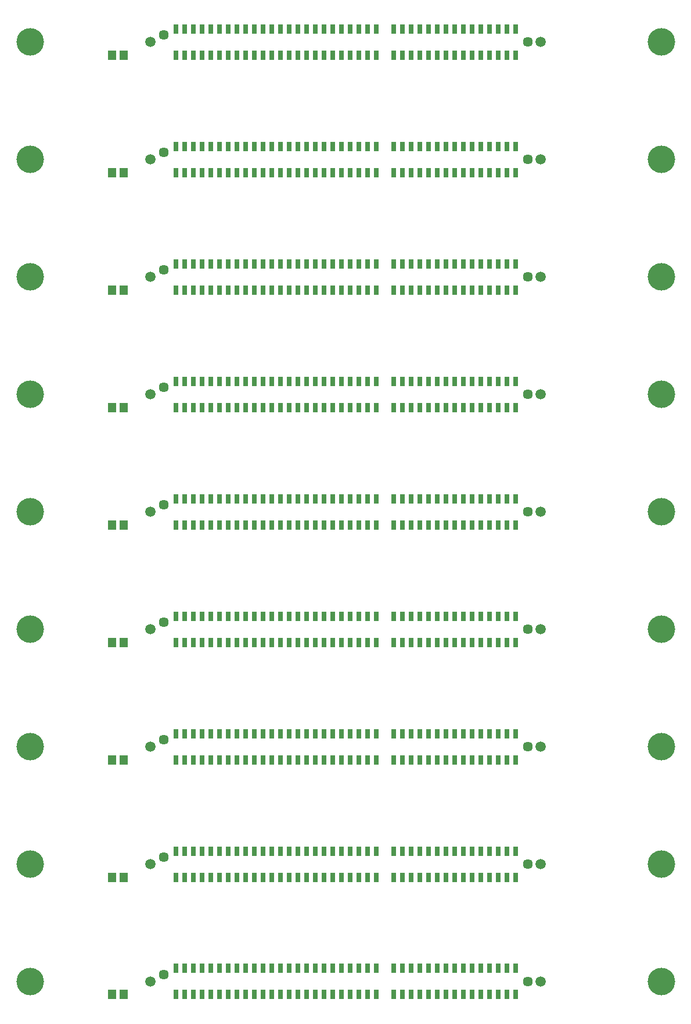
<source format=gbr>
%TF.GenerationSoftware,Altium Limited,Altium Designer,22.11.1 (43)*%
G04 Layer_Color=255*
%FSLAX45Y45*%
%MOMM*%
%TF.SameCoordinates,189E8146-0809-41ED-80BF-86DDFA5291D0*%
%TF.FilePolarity,Positive*%
%TF.FileFunction,Pads,Top*%
%TF.Part,Single*%
G01*
G75*
%TA.AperFunction,SMDPad,CuDef*%
%ADD10R,0.66000X1.35000*%
%ADD11R,1.20000X1.45000*%
%TA.AperFunction,ComponentPad*%
%ADD17C,1.45000*%
%ADD18C,1.50800*%
%TA.AperFunction,ViaPad*%
%ADD19C,4.00000*%
D10*
X7451501Y14370502D02*
D03*
Y13989502D02*
D03*
X7324501Y14370502D02*
D03*
Y13989502D02*
D03*
X7197501Y14370502D02*
D03*
Y13989502D02*
D03*
X7070501Y14370502D02*
D03*
Y13989502D02*
D03*
X6943501Y14370502D02*
D03*
Y13989502D02*
D03*
X6816501Y14370502D02*
D03*
Y13989502D02*
D03*
X6689501Y14370502D02*
D03*
Y13989502D02*
D03*
X6562501Y14370502D02*
D03*
Y13989502D02*
D03*
X6435501Y14370502D02*
D03*
Y13989502D02*
D03*
X6308501Y14370502D02*
D03*
Y13989502D02*
D03*
X6181501Y14370502D02*
D03*
Y13989502D02*
D03*
X6054501Y14370502D02*
D03*
Y13989502D02*
D03*
X5927501Y14370502D02*
D03*
Y13989502D02*
D03*
X5800501Y14370502D02*
D03*
Y13989502D02*
D03*
X5673501Y14370502D02*
D03*
Y13989502D02*
D03*
X5419501Y14370502D02*
D03*
Y13989502D02*
D03*
X5292501Y14370502D02*
D03*
Y13989502D02*
D03*
X5165501Y14370502D02*
D03*
Y13989502D02*
D03*
X5038501Y14370502D02*
D03*
Y13989502D02*
D03*
X4911501Y14370502D02*
D03*
Y13989502D02*
D03*
X4784501Y14370502D02*
D03*
Y13989502D02*
D03*
X4657501Y14370502D02*
D03*
Y13989502D02*
D03*
X4530501Y14370502D02*
D03*
Y13989502D02*
D03*
X4403501Y14370502D02*
D03*
Y13989502D02*
D03*
X4276501Y14370502D02*
D03*
Y13989502D02*
D03*
X4149501Y14370502D02*
D03*
Y13989502D02*
D03*
X4022501Y14370502D02*
D03*
Y13989502D02*
D03*
X3895501Y14370502D02*
D03*
Y13989502D02*
D03*
X3768501Y14370502D02*
D03*
Y13989502D02*
D03*
X3641501Y14370502D02*
D03*
Y13989502D02*
D03*
X3514501Y14370502D02*
D03*
Y13989502D02*
D03*
X3387501Y14370502D02*
D03*
Y13989502D02*
D03*
X3260501Y14370502D02*
D03*
X3260500Y13989502D02*
D03*
X3133501Y14370502D02*
D03*
Y13989502D02*
D03*
X3006501Y14370502D02*
D03*
Y13989502D02*
D03*
X2879501Y14370502D02*
D03*
Y13989502D02*
D03*
X2752501Y14370502D02*
D03*
Y13989502D02*
D03*
X2625501Y14370502D02*
D03*
Y13989502D02*
D03*
X2498501Y14370502D02*
D03*
Y13989502D02*
D03*
Y12279498D02*
D03*
Y12660498D02*
D03*
X2625501Y12279498D02*
D03*
Y12660498D02*
D03*
X2752501Y12279498D02*
D03*
Y12660498D02*
D03*
X2879501Y12279498D02*
D03*
Y12660498D02*
D03*
X3006501Y12279498D02*
D03*
Y12660498D02*
D03*
X3133501Y12279498D02*
D03*
Y12660498D02*
D03*
X3260501Y12279498D02*
D03*
Y12660498D02*
D03*
X3387501Y12279498D02*
D03*
Y12660498D02*
D03*
X3514501Y12279498D02*
D03*
Y12660498D02*
D03*
X3641501Y12279498D02*
D03*
Y12660498D02*
D03*
X3768501Y12279498D02*
D03*
Y12660498D02*
D03*
X3895501Y12279498D02*
D03*
Y12660498D02*
D03*
X4022501Y12279498D02*
D03*
Y12660498D02*
D03*
X4149501Y12279498D02*
D03*
Y12660498D02*
D03*
X4276501Y12279498D02*
D03*
Y12660498D02*
D03*
X4403501Y12279498D02*
D03*
Y12660498D02*
D03*
X4530501Y12279498D02*
D03*
Y12660498D02*
D03*
X4657501Y12279498D02*
D03*
Y12660498D02*
D03*
X4784501Y12279498D02*
D03*
Y12660498D02*
D03*
X4911501Y12279498D02*
D03*
Y12660498D02*
D03*
X5038501Y12279498D02*
D03*
Y12660498D02*
D03*
X5165501Y12279498D02*
D03*
Y12660498D02*
D03*
X5292501Y12279498D02*
D03*
Y12660498D02*
D03*
X5419501Y12279498D02*
D03*
Y12660498D02*
D03*
X5673501Y12279498D02*
D03*
Y12660498D02*
D03*
X5800501Y12279498D02*
D03*
Y12660498D02*
D03*
X5927501Y12279498D02*
D03*
Y12660498D02*
D03*
X6054501Y12279498D02*
D03*
Y12660498D02*
D03*
X6181501Y12279498D02*
D03*
Y12660498D02*
D03*
X6308501Y12279498D02*
D03*
Y12660498D02*
D03*
X6435501Y12279498D02*
D03*
Y12660498D02*
D03*
X6562501Y12279498D02*
D03*
Y12660498D02*
D03*
X6689501Y12279498D02*
D03*
Y12660498D02*
D03*
X6816501Y12279498D02*
D03*
Y12660498D02*
D03*
X6943501Y12279498D02*
D03*
Y12660498D02*
D03*
X7070501Y12279498D02*
D03*
Y12660498D02*
D03*
X7197501Y12279498D02*
D03*
Y12660498D02*
D03*
X7324501Y12279498D02*
D03*
Y12660498D02*
D03*
X7451501Y12279498D02*
D03*
Y12660498D02*
D03*
X2498501Y10569499D02*
D03*
Y10950499D02*
D03*
X2625501Y10569499D02*
D03*
Y10950499D02*
D03*
X2752501Y10569499D02*
D03*
Y10950499D02*
D03*
X2879501Y10569499D02*
D03*
Y10950499D02*
D03*
X3006501Y10569499D02*
D03*
Y10950499D02*
D03*
X3133501Y10569499D02*
D03*
Y10950499D02*
D03*
X3260501Y10569499D02*
D03*
Y10950499D02*
D03*
X3387501Y10569499D02*
D03*
Y10950499D02*
D03*
X3514501Y10569499D02*
D03*
Y10950499D02*
D03*
X3641501Y10569499D02*
D03*
Y10950499D02*
D03*
X3768501Y10569499D02*
D03*
Y10950499D02*
D03*
X3895501Y10569499D02*
D03*
Y10950499D02*
D03*
X4022501Y10569499D02*
D03*
Y10950499D02*
D03*
X4149501Y10569499D02*
D03*
Y10950499D02*
D03*
X4276501Y10569499D02*
D03*
Y10950499D02*
D03*
X4403501Y10569499D02*
D03*
Y10950499D02*
D03*
X4530501Y10569499D02*
D03*
Y10950499D02*
D03*
X4657501Y10569499D02*
D03*
Y10950499D02*
D03*
X4784501Y10569499D02*
D03*
Y10950499D02*
D03*
X4911501Y10569499D02*
D03*
Y10950499D02*
D03*
X5038501Y10569499D02*
D03*
Y10950499D02*
D03*
X5165501Y10569499D02*
D03*
Y10950499D02*
D03*
X5292501Y10569499D02*
D03*
Y10950499D02*
D03*
X5419501Y10569499D02*
D03*
Y10950499D02*
D03*
X5673501Y10569499D02*
D03*
Y10950499D02*
D03*
X5800501Y10569499D02*
D03*
Y10950499D02*
D03*
X5927501Y10569499D02*
D03*
Y10950499D02*
D03*
X6054501Y10569499D02*
D03*
Y10950499D02*
D03*
X6181501Y10569499D02*
D03*
Y10950499D02*
D03*
X6308501Y10569499D02*
D03*
Y10950499D02*
D03*
X6435501Y10569499D02*
D03*
Y10950499D02*
D03*
X6562501Y10569499D02*
D03*
Y10950499D02*
D03*
X6689501Y10569499D02*
D03*
Y10950499D02*
D03*
X6816501Y10569499D02*
D03*
Y10950499D02*
D03*
X6943501Y10569499D02*
D03*
Y10950499D02*
D03*
X7070501Y10569499D02*
D03*
Y10950499D02*
D03*
X7197501Y10569499D02*
D03*
Y10950499D02*
D03*
X7324501Y10569499D02*
D03*
Y10950499D02*
D03*
X7451501Y10569499D02*
D03*
Y10950499D02*
D03*
X2498501Y8859500D02*
D03*
Y9240500D02*
D03*
X2625501Y8859500D02*
D03*
Y9240500D02*
D03*
X2752501Y8859500D02*
D03*
Y9240500D02*
D03*
X2879501Y8859500D02*
D03*
Y9240500D02*
D03*
X3006501Y8859500D02*
D03*
Y9240500D02*
D03*
X3133501Y8859500D02*
D03*
Y9240500D02*
D03*
X3260501Y8859500D02*
D03*
Y9240500D02*
D03*
X3387501Y8859500D02*
D03*
Y9240500D02*
D03*
X3514501Y8859500D02*
D03*
Y9240500D02*
D03*
X3641501Y8859500D02*
D03*
Y9240500D02*
D03*
X3768501Y8859500D02*
D03*
Y9240500D02*
D03*
X3895501Y8859500D02*
D03*
Y9240500D02*
D03*
X4022501Y8859500D02*
D03*
Y9240500D02*
D03*
X4149501Y8859500D02*
D03*
Y9240500D02*
D03*
X4276501Y8859500D02*
D03*
Y9240500D02*
D03*
X4403501Y8859500D02*
D03*
Y9240500D02*
D03*
X4530501Y8859500D02*
D03*
Y9240500D02*
D03*
X4657501Y8859500D02*
D03*
Y9240500D02*
D03*
X4784501Y8859500D02*
D03*
Y9240500D02*
D03*
X4911501Y8859500D02*
D03*
Y9240500D02*
D03*
X5038501Y8859500D02*
D03*
Y9240500D02*
D03*
X5165501Y8859500D02*
D03*
Y9240500D02*
D03*
X5292501Y8859500D02*
D03*
Y9240500D02*
D03*
X5419501Y8859500D02*
D03*
Y9240500D02*
D03*
X5673501Y8859500D02*
D03*
Y9240500D02*
D03*
X5800501Y8859500D02*
D03*
Y9240500D02*
D03*
X5927501Y8859500D02*
D03*
Y9240500D02*
D03*
X6054501Y8859500D02*
D03*
Y9240500D02*
D03*
X6181501Y8859500D02*
D03*
Y9240500D02*
D03*
X6308501Y8859500D02*
D03*
Y9240500D02*
D03*
X6435501Y8859500D02*
D03*
Y9240500D02*
D03*
X6562501Y8859500D02*
D03*
Y9240500D02*
D03*
X6689501Y8859500D02*
D03*
Y9240500D02*
D03*
X6816501Y8859500D02*
D03*
Y9240500D02*
D03*
X6943501Y8859500D02*
D03*
Y9240500D02*
D03*
X7070501Y8859500D02*
D03*
Y9240500D02*
D03*
X7197501Y8859500D02*
D03*
Y9240500D02*
D03*
X7324501Y8859500D02*
D03*
Y9240500D02*
D03*
X7451501Y8859500D02*
D03*
Y9240500D02*
D03*
X2498501Y7149501D02*
D03*
Y7530501D02*
D03*
X2625501Y7149501D02*
D03*
Y7530501D02*
D03*
X2752501Y7149501D02*
D03*
Y7530501D02*
D03*
X2879501Y7149501D02*
D03*
Y7530501D02*
D03*
X3006501Y7149501D02*
D03*
Y7530501D02*
D03*
X3133501Y7149501D02*
D03*
Y7530501D02*
D03*
X3260501Y7149501D02*
D03*
Y7530501D02*
D03*
X3387501Y7149501D02*
D03*
Y7530501D02*
D03*
X3514501Y7149501D02*
D03*
Y7530501D02*
D03*
X3641501Y7149501D02*
D03*
Y7530501D02*
D03*
X3768501Y7149501D02*
D03*
Y7530501D02*
D03*
X3895501Y7149501D02*
D03*
Y7530501D02*
D03*
X4022501Y7149501D02*
D03*
Y7530501D02*
D03*
X4149501Y7149501D02*
D03*
Y7530501D02*
D03*
X4276501Y7149501D02*
D03*
Y7530501D02*
D03*
X4403501Y7149501D02*
D03*
Y7530501D02*
D03*
X4530501Y7149501D02*
D03*
Y7530501D02*
D03*
X4657501Y7149501D02*
D03*
Y7530501D02*
D03*
X4784501Y7149501D02*
D03*
Y7530501D02*
D03*
X4911501Y7149501D02*
D03*
Y7530501D02*
D03*
X5038501Y7149501D02*
D03*
Y7530501D02*
D03*
X5165501Y7149501D02*
D03*
Y7530501D02*
D03*
X5292501Y7149501D02*
D03*
Y7530501D02*
D03*
X5419501Y7149501D02*
D03*
Y7530501D02*
D03*
X5673501Y7149501D02*
D03*
Y7530501D02*
D03*
X5800501Y7149501D02*
D03*
Y7530501D02*
D03*
X5927501Y7149501D02*
D03*
Y7530501D02*
D03*
X6054501Y7149501D02*
D03*
Y7530501D02*
D03*
X6181501Y7149501D02*
D03*
Y7530501D02*
D03*
X6308501Y7149501D02*
D03*
Y7530501D02*
D03*
X6435501Y7149501D02*
D03*
Y7530501D02*
D03*
X6562501Y7149501D02*
D03*
Y7530501D02*
D03*
X6689501Y7149501D02*
D03*
Y7530501D02*
D03*
X6816501Y7149501D02*
D03*
Y7530501D02*
D03*
X6943501Y7149501D02*
D03*
Y7530501D02*
D03*
X7070501Y7149501D02*
D03*
Y7530501D02*
D03*
X7197501Y7149501D02*
D03*
Y7530501D02*
D03*
X7324501Y7149501D02*
D03*
Y7530501D02*
D03*
X7451501Y7149501D02*
D03*
Y7530501D02*
D03*
X2498501Y5439501D02*
D03*
Y5820501D02*
D03*
X2625501Y5439501D02*
D03*
Y5820501D02*
D03*
X2752501Y5439501D02*
D03*
Y5820501D02*
D03*
X2879501Y5439501D02*
D03*
Y5820501D02*
D03*
X3006501Y5439501D02*
D03*
Y5820501D02*
D03*
X3133501Y5439501D02*
D03*
Y5820501D02*
D03*
X3260501Y5439501D02*
D03*
Y5820501D02*
D03*
X3387501Y5439501D02*
D03*
Y5820501D02*
D03*
X3514501Y5439501D02*
D03*
Y5820501D02*
D03*
X3641501Y5439501D02*
D03*
Y5820501D02*
D03*
X3768501Y5439501D02*
D03*
Y5820501D02*
D03*
X3895501Y5439501D02*
D03*
Y5820501D02*
D03*
X4022501Y5439501D02*
D03*
Y5820501D02*
D03*
X4149501Y5439501D02*
D03*
Y5820501D02*
D03*
X4276501Y5439501D02*
D03*
Y5820501D02*
D03*
X4403501Y5439501D02*
D03*
Y5820501D02*
D03*
X4530501Y5439501D02*
D03*
Y5820501D02*
D03*
X4657501Y5439501D02*
D03*
Y5820501D02*
D03*
X4784501Y5439501D02*
D03*
Y5820501D02*
D03*
X4911501Y5439501D02*
D03*
Y5820501D02*
D03*
X5038501Y5439501D02*
D03*
Y5820501D02*
D03*
X5165501Y5439501D02*
D03*
Y5820501D02*
D03*
X5292501Y5439501D02*
D03*
Y5820501D02*
D03*
X5419501Y5439501D02*
D03*
Y5820501D02*
D03*
X5673501Y5439501D02*
D03*
Y5820501D02*
D03*
X5800501Y5439501D02*
D03*
Y5820501D02*
D03*
X5927501Y5439501D02*
D03*
Y5820501D02*
D03*
X6054501Y5439501D02*
D03*
Y5820501D02*
D03*
X6181501Y5439501D02*
D03*
Y5820501D02*
D03*
X6308501Y5439501D02*
D03*
Y5820501D02*
D03*
X6435501Y5439501D02*
D03*
Y5820501D02*
D03*
X6562501Y5439501D02*
D03*
Y5820501D02*
D03*
X6689501Y5439501D02*
D03*
Y5820501D02*
D03*
X6816501Y5439501D02*
D03*
Y5820501D02*
D03*
X6943501Y5439501D02*
D03*
Y5820501D02*
D03*
X7070501Y5439501D02*
D03*
Y5820501D02*
D03*
X7197501Y5439501D02*
D03*
Y5820501D02*
D03*
X7324501Y5439501D02*
D03*
Y5820501D02*
D03*
X7451501Y5439501D02*
D03*
Y5820501D02*
D03*
X2498501Y3729502D02*
D03*
Y4110502D02*
D03*
X2625501Y3729502D02*
D03*
Y4110502D02*
D03*
X2752501Y3729502D02*
D03*
Y4110502D02*
D03*
X2879501Y3729502D02*
D03*
Y4110502D02*
D03*
X3006501Y3729502D02*
D03*
Y4110502D02*
D03*
X3133501Y3729502D02*
D03*
Y4110502D02*
D03*
X3260501Y3729502D02*
D03*
Y4110502D02*
D03*
X3387501Y3729502D02*
D03*
Y4110502D02*
D03*
X3514501Y3729502D02*
D03*
Y4110502D02*
D03*
X3641501Y3729502D02*
D03*
Y4110502D02*
D03*
X3768501Y3729502D02*
D03*
Y4110502D02*
D03*
X3895501Y3729502D02*
D03*
Y4110502D02*
D03*
X4022501Y3729502D02*
D03*
Y4110502D02*
D03*
X4149501Y3729502D02*
D03*
Y4110502D02*
D03*
X4276501Y3729502D02*
D03*
Y4110502D02*
D03*
X4403501Y3729502D02*
D03*
Y4110502D02*
D03*
X4530501Y3729502D02*
D03*
Y4110502D02*
D03*
X4657501Y3729502D02*
D03*
Y4110502D02*
D03*
X4784501Y3729502D02*
D03*
Y4110502D02*
D03*
X4911501Y3729502D02*
D03*
Y4110502D02*
D03*
X5038501Y3729502D02*
D03*
Y4110502D02*
D03*
X5165501Y3729502D02*
D03*
Y4110502D02*
D03*
X5292501Y3729502D02*
D03*
Y4110502D02*
D03*
X5419501Y3729502D02*
D03*
Y4110502D02*
D03*
X5673501Y3729502D02*
D03*
Y4110502D02*
D03*
X5800501Y3729502D02*
D03*
Y4110502D02*
D03*
X5927501Y3729502D02*
D03*
Y4110502D02*
D03*
X6054501Y3729502D02*
D03*
Y4110502D02*
D03*
X6181501Y3729502D02*
D03*
Y4110502D02*
D03*
X6308501Y3729502D02*
D03*
Y4110502D02*
D03*
X6435501Y3729502D02*
D03*
Y4110502D02*
D03*
X6562501Y3729502D02*
D03*
Y4110502D02*
D03*
X6689501Y3729502D02*
D03*
Y4110502D02*
D03*
X6816501Y3729502D02*
D03*
Y4110502D02*
D03*
X6943501Y3729502D02*
D03*
Y4110502D02*
D03*
X7070501Y3729502D02*
D03*
Y4110502D02*
D03*
X7197501Y3729502D02*
D03*
Y4110502D02*
D03*
X7324501Y3729502D02*
D03*
Y4110502D02*
D03*
X7451501Y3729502D02*
D03*
Y4110502D02*
D03*
X2498501Y2019498D02*
D03*
Y2400498D02*
D03*
X2625501Y2019498D02*
D03*
Y2400498D02*
D03*
X2752501Y2019498D02*
D03*
Y2400498D02*
D03*
X2879501Y2019498D02*
D03*
Y2400498D02*
D03*
X3006501Y2019498D02*
D03*
Y2400498D02*
D03*
X3133501Y2019498D02*
D03*
Y2400498D02*
D03*
X3260501Y2019498D02*
D03*
Y2400498D02*
D03*
X3387501Y2019498D02*
D03*
Y2400498D02*
D03*
X3514501Y2019498D02*
D03*
Y2400498D02*
D03*
X3641501Y2019498D02*
D03*
Y2400498D02*
D03*
X3768501Y2019498D02*
D03*
Y2400498D02*
D03*
X3895501Y2019498D02*
D03*
Y2400498D02*
D03*
X4022501Y2019498D02*
D03*
Y2400498D02*
D03*
X4149501Y2019498D02*
D03*
Y2400498D02*
D03*
X4276501Y2019498D02*
D03*
Y2400498D02*
D03*
X4403501Y2019498D02*
D03*
Y2400498D02*
D03*
X4530501Y2019498D02*
D03*
Y2400498D02*
D03*
X4657501Y2019498D02*
D03*
Y2400498D02*
D03*
X4784501Y2019498D02*
D03*
Y2400498D02*
D03*
X4911501Y2019498D02*
D03*
Y2400498D02*
D03*
X5038501Y2019498D02*
D03*
Y2400498D02*
D03*
X5165501Y2019498D02*
D03*
Y2400498D02*
D03*
X5292501Y2019498D02*
D03*
Y2400498D02*
D03*
X5419501Y2019498D02*
D03*
Y2400498D02*
D03*
X5673501Y2019498D02*
D03*
Y2400498D02*
D03*
X5800501Y2019498D02*
D03*
Y2400498D02*
D03*
X5927501Y2019498D02*
D03*
Y2400498D02*
D03*
X6054501Y2019498D02*
D03*
Y2400498D02*
D03*
X6181501Y2019498D02*
D03*
Y2400498D02*
D03*
X6308501Y2019498D02*
D03*
Y2400498D02*
D03*
X6435501Y2019498D02*
D03*
Y2400498D02*
D03*
X6562501Y2019498D02*
D03*
Y2400498D02*
D03*
X6689501Y2019498D02*
D03*
Y2400498D02*
D03*
X6816501Y2019498D02*
D03*
Y2400498D02*
D03*
X6943501Y2019498D02*
D03*
Y2400498D02*
D03*
X7070501Y2019498D02*
D03*
Y2400498D02*
D03*
X7197501Y2019498D02*
D03*
Y2400498D02*
D03*
X7324501Y2019498D02*
D03*
Y2400498D02*
D03*
X7451501Y2019498D02*
D03*
Y2400498D02*
D03*
Y309499D02*
D03*
X7324501Y690499D02*
D03*
X7197501Y309499D02*
D03*
X7070501Y690499D02*
D03*
X6943501Y309499D02*
D03*
X6689501Y690499D02*
D03*
X6562501D02*
D03*
X2752501D02*
D03*
X2625501D02*
D03*
X6689501Y309499D02*
D03*
X6562501D02*
D03*
X2752501D02*
D03*
X2625501D02*
D03*
X6308501Y690499D02*
D03*
Y309499D02*
D03*
X6181501Y690499D02*
D03*
Y309499D02*
D03*
X6054501Y690499D02*
D03*
Y309499D02*
D03*
X5927501Y690499D02*
D03*
Y309499D02*
D03*
X5800501Y690499D02*
D03*
Y309499D02*
D03*
X5673501Y690499D02*
D03*
Y309499D02*
D03*
X5419501Y690499D02*
D03*
Y309499D02*
D03*
X5292501Y690499D02*
D03*
Y309499D02*
D03*
X5038501Y690499D02*
D03*
Y309499D02*
D03*
X4911501Y690499D02*
D03*
Y309499D02*
D03*
X4784501Y690499D02*
D03*
Y309499D02*
D03*
X4657501Y690499D02*
D03*
Y309499D02*
D03*
X4530501Y690499D02*
D03*
X4403501D02*
D03*
Y309499D02*
D03*
X4276501Y690499D02*
D03*
Y309499D02*
D03*
X4149501Y690499D02*
D03*
X4022501Y309499D02*
D03*
X3895501Y690499D02*
D03*
X3768501D02*
D03*
Y309499D02*
D03*
X3641501Y690499D02*
D03*
Y309499D02*
D03*
X3514501D02*
D03*
X3387501D02*
D03*
X3260501D02*
D03*
X3133501D02*
D03*
X3006501D02*
D03*
X3514501Y690499D02*
D03*
X3387501D02*
D03*
X3260501D02*
D03*
X3133501D02*
D03*
X3006501D02*
D03*
X2498501Y309499D02*
D03*
X7451501Y690499D02*
D03*
X7324501Y309499D02*
D03*
X7197501Y690499D02*
D03*
X7070501Y309499D02*
D03*
X6943501Y690499D02*
D03*
X6816501D02*
D03*
Y309499D02*
D03*
X6435501Y690499D02*
D03*
Y309499D02*
D03*
X5165501Y690499D02*
D03*
Y309499D02*
D03*
X4530501D02*
D03*
X4149501D02*
D03*
X4022501Y690499D02*
D03*
X3895501Y309499D02*
D03*
X2879501Y690499D02*
D03*
Y309499D02*
D03*
X2498501Y690499D02*
D03*
D11*
X1734998Y13989502D02*
D03*
X1565001D02*
D03*
X1734998Y12279498D02*
D03*
X1565001D02*
D03*
X1734998Y10569499D02*
D03*
X1565001D02*
D03*
X1734998Y8859500D02*
D03*
X1565001D02*
D03*
X1734998Y7149501D02*
D03*
X1565001D02*
D03*
X1734998Y5439501D02*
D03*
X1565001D02*
D03*
X1734998Y3729502D02*
D03*
X1565001D02*
D03*
X1734998Y2019498D02*
D03*
X1565001D02*
D03*
X1734998Y309499D02*
D03*
X1565001D02*
D03*
D17*
X7630003Y14180002D02*
D03*
X2321001Y14280002D02*
D03*
Y12569998D02*
D03*
X7630003Y12469998D02*
D03*
X2321001Y10859999D02*
D03*
X7630003Y10759999D02*
D03*
X2321001Y9149999D02*
D03*
X7630003Y9050000D02*
D03*
X2321001Y7440000D02*
D03*
X7630003Y7340001D02*
D03*
X2321001Y5730001D02*
D03*
X7630003Y5630001D02*
D03*
X2321001Y4020002D02*
D03*
X7630003Y3920002D02*
D03*
X2321001Y2309998D02*
D03*
X7630003Y2209998D02*
D03*
Y499999D02*
D03*
X2321001Y599999D02*
D03*
D18*
X7820000Y14180002D02*
D03*
X2129998D02*
D03*
Y12469998D02*
D03*
X7820000D02*
D03*
X2129998Y10759999D02*
D03*
X7820000D02*
D03*
X2129998Y9050000D02*
D03*
X7820000D02*
D03*
X2129998Y7340001D02*
D03*
X7820000D02*
D03*
X2129998Y5630001D02*
D03*
X7820000D02*
D03*
X2129998Y3920002D02*
D03*
X7820000D02*
D03*
X2129998Y2209998D02*
D03*
X7820000D02*
D03*
Y499999D02*
D03*
X2129998D02*
D03*
D19*
X375001D02*
D03*
Y2209998D02*
D03*
Y3920002D02*
D03*
Y5630001D02*
D03*
Y7340001D02*
D03*
Y9050000D02*
D03*
Y10759999D02*
D03*
Y12469998D02*
D03*
Y14180002D02*
D03*
X9575002Y2209998D02*
D03*
Y3920002D02*
D03*
Y5630001D02*
D03*
Y7340001D02*
D03*
Y9050000D02*
D03*
Y10759999D02*
D03*
Y12469998D02*
D03*
Y14180002D02*
D03*
Y499999D02*
D03*
%TF.MD5,ac66b8da54ab272e29cf688584b1120f*%
M02*

</source>
